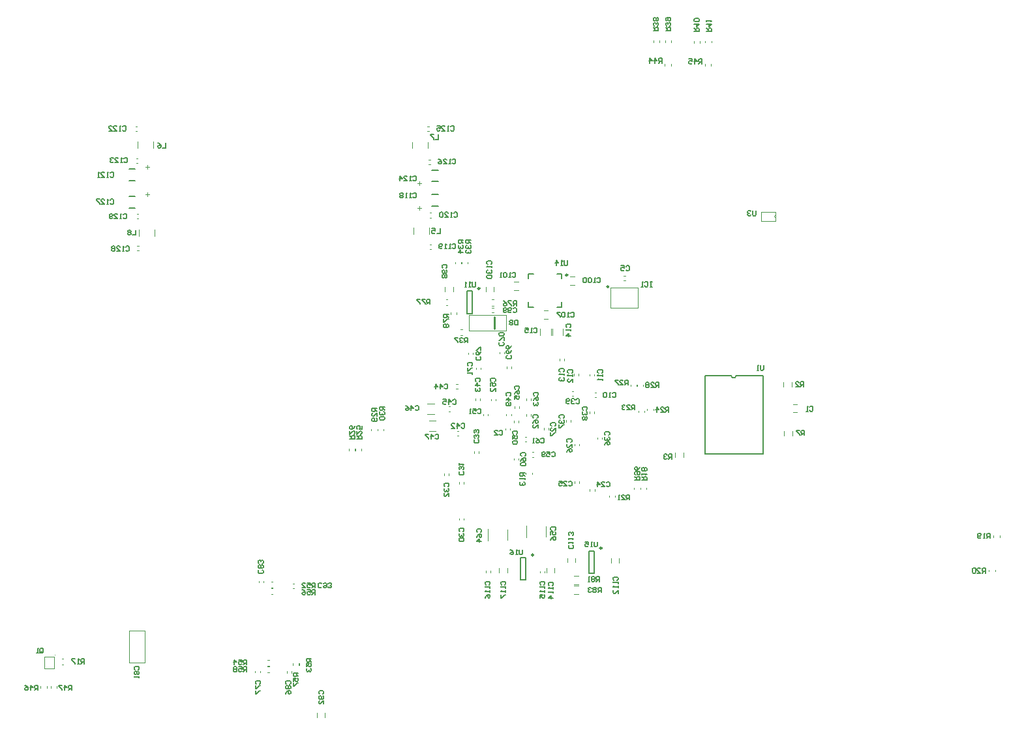
<source format=gbr>
G04 Layer_Color=32896*
%FSLAX45Y45*%
%MOMM*%
%TF.FileFunction,Legend,Bot*%
%TF.Part,Single*%
G01*
G75*
%TA.AperFunction,NonConductor*%
%ADD63C,0.25400*%
%ADD95C,0.05080*%
%ADD127C,0.10000*%
%ADD128C,0.25000*%
%ADD129C,0.20000*%
%ADD130C,0.10160*%
%ADD131C,0.12700*%
D63*
X11056460Y9999980D02*
G03*
X11056460Y9999980I-10000J0D01*
G01*
X9578900Y9453800D02*
Y9606200D01*
D95*
X3962400Y5168900D02*
X3982720D01*
X3962400Y5090160D02*
X3982720D01*
X3896360Y4787900D02*
Y4808220D01*
X3817620Y4787900D02*
Y4808220D01*
X3764280Y4787900D02*
Y4808220D01*
X3685540Y4787900D02*
Y4808220D01*
X9138920Y9443720D02*
X9159240D01*
X9138920Y9364980D02*
X9159240D01*
X7686040Y7871460D02*
Y7891780D01*
X7764780Y7871460D02*
Y7891780D01*
X7772400Y7871460D02*
Y7891780D01*
X7851140Y7871460D02*
Y7891780D01*
X11346180Y8705260D02*
Y8725580D01*
X11424920Y8705260D02*
Y8725580D01*
X11430000Y8705260D02*
Y8725580D01*
X11508740Y8705260D02*
Y8725580D01*
X11442700Y8364220D02*
Y8384540D01*
X11521440Y8364220D02*
Y8384540D01*
X11559360Y8389840D02*
Y8410160D01*
X11638100Y8389840D02*
Y8410160D01*
X10063480Y7561580D02*
Y7581900D01*
X9984740Y7561580D02*
Y7581900D01*
X15996919Y6301740D02*
Y6322060D01*
X16075661Y6301740D02*
Y6322060D01*
X16134081Y6746240D02*
Y6766560D01*
X16055341Y6746240D02*
Y6766560D01*
X9065260Y10297160D02*
Y10317480D01*
X9144000Y10297160D02*
Y10317480D01*
X9149080Y10297160D02*
Y10317480D01*
X9227820Y10297160D02*
Y10317480D01*
X8059360Y8129840D02*
Y8150160D01*
X8138100Y8129840D02*
Y8150160D01*
X7979360Y8129840D02*
Y8150160D01*
X8058100Y8129840D02*
Y8150160D01*
X11468100Y7369840D02*
Y7390160D01*
X11389360Y7369840D02*
Y7390160D01*
X11469360Y7369840D02*
Y7390160D01*
X11548100Y7369840D02*
Y7390160D01*
X12390120Y12865100D02*
Y12885420D01*
X12311380Y12865100D02*
Y12885420D01*
X11866880Y12865100D02*
Y12885420D01*
X11788140Y12865100D02*
Y12885420D01*
X12313920Y13164819D02*
Y13185139D01*
X12392660Y13164819D02*
Y13185139D01*
X12164060Y13162280D02*
Y13182600D01*
X12242800Y13162280D02*
Y13182600D01*
X11790680Y13172440D02*
Y13192760D01*
X11869420Y13172440D02*
Y13192760D01*
X11638280Y13172440D02*
Y13192760D01*
X11717020Y13172440D02*
Y13192760D01*
X6676860Y6169660D02*
X6697180D01*
X6676860Y6090920D02*
X6697180D01*
X7126440Y5085080D02*
Y5105400D01*
X7047700Y5085080D02*
Y5105400D01*
X6631140Y5153660D02*
X6651460D01*
X6631140Y5074920D02*
X6651460D01*
X6676860Y6004560D02*
X6697180D01*
X6676860Y6083300D02*
X6697180D01*
X6956260Y5085080D02*
Y5105400D01*
X7035000Y5085080D02*
Y5105400D01*
X6631140Y4988560D02*
X6651460D01*
X6631140Y5067300D02*
X6651460D01*
X9542780Y9829800D02*
X9563100D01*
X9542780Y9751060D02*
X9563100D01*
X8945880Y9756140D02*
X8966200D01*
X8945880Y9834880D02*
X8966200D01*
X9009360Y9639840D02*
Y9660160D01*
X9088100Y9639840D02*
Y9660160D01*
X11145520Y7263720D02*
Y7284040D01*
X11066780Y7263720D02*
Y7284040D01*
D127*
X3875960Y5218480D02*
G03*
X3875960Y5218480I-5000J0D01*
G01*
X13226300Y10923280D02*
G03*
X13226300Y10892280I0J-15500D01*
G01*
X3729760Y5041880D02*
Y5191880D01*
X3859761Y5041880D02*
Y5191880D01*
X3729760Y5041880D02*
X3859761D01*
X3729760Y5191880D02*
X3859761D01*
X9578900Y9631600D02*
X9731300D01*
Y9428400D02*
Y9631600D01*
X9248700D02*
X9578900D01*
X9248700Y9428400D02*
Y9631600D01*
X9578900Y9428400D02*
X9731300D01*
X9248700D02*
X9578900D01*
X10609580Y6243320D02*
X10665460D01*
X10609580Y6136640D02*
X10665460D01*
X10609580Y6009640D02*
X10665460D01*
X10609580Y6116320D02*
X10665460D01*
X13226300Y10892280D02*
Y10965180D01*
Y10850880D02*
Y10923280D01*
X13040300Y10965180D02*
X13226300D01*
X13131400Y10850880D02*
X13226300D01*
X13084399D02*
X13131400D01*
X13040300D02*
X13084399D01*
X13040300D02*
Y10965180D01*
X8600440Y11310620D02*
Y11361420D01*
X8575040Y11336020D02*
X8625840D01*
X8712200Y11793220D02*
Y11877040D01*
X8509000Y11793220D02*
Y11877040D01*
X4965320Y10657921D02*
Y10741741D01*
X5168520Y10657921D02*
Y10741741D01*
X5074540Y11170920D02*
Y11221720D01*
X5049140Y11196320D02*
X5099940D01*
X5074920Y11527540D02*
Y11578340D01*
X5049520Y11552940D02*
X5100320D01*
X5148580Y11795761D02*
Y11879581D01*
X4945380Y11795761D02*
Y11879581D01*
X8521700Y10680699D02*
Y10764519D01*
X8724900Y10680699D02*
Y10764519D01*
X8600440Y10994640D02*
Y11045440D01*
X8575040Y11020040D02*
X8625840D01*
X13445100Y8067040D02*
Y8122920D01*
X13338422Y8067040D02*
Y8122920D01*
X11921101Y7785100D02*
Y7840980D01*
X12027781Y7785100D02*
Y7840980D01*
X13326660Y8702060D02*
Y8757940D01*
X13433340Y8702060D02*
Y8757940D01*
X13452060Y8473340D02*
X13507941D01*
X13452060Y8366660D02*
X13507941D01*
X11440160Y9720580D02*
Y9987280D01*
X11084560Y9720580D02*
X11440160D01*
X11084560D02*
Y9987280D01*
X11440160D01*
X4833479Y5527760D02*
X4929219D01*
X4833479Y5118820D02*
Y5527760D01*
Y5118820D02*
X5033479D01*
Y5527760D01*
X4929219D02*
X5033479D01*
X7377900Y4409440D02*
Y4465320D01*
X7271220Y4409440D02*
Y4465320D01*
X8726820Y8258580D02*
X8813180D01*
X8726820Y8121420D02*
X8813180D01*
X8706820Y8341420D02*
X8793180D01*
X8706820Y8478580D02*
X8793180D01*
X10308580Y9366820D02*
Y9453180D01*
X10171420Y9366820D02*
Y9453180D01*
X10331420Y9366820D02*
Y9453180D01*
X10468580Y9366820D02*
Y9453180D01*
X10216180Y9578340D02*
X10272060D01*
X10216180Y9685020D02*
X10272060D01*
X9832340Y10058400D02*
X9888220D01*
X9832340Y9951720D02*
X9888220D01*
X10561100Y10022320D02*
X10616980D01*
X10561100Y10129000D02*
X10616980D01*
X9461500Y9936480D02*
Y9992360D01*
X9568180Y9936480D02*
Y9992360D01*
X9042400Y9936480D02*
Y9992360D01*
X8935720Y9936480D02*
Y9992360D01*
X10520680Y6418580D02*
Y6474460D01*
X10627360Y6418580D02*
Y6474460D01*
X11087100Y6416040D02*
Y6471920D01*
X11193780Y6416040D02*
Y6471920D01*
X9743440Y6289040D02*
Y6344920D01*
X9636760Y6289040D02*
Y6344920D01*
X10358120Y6289040D02*
Y6344920D01*
X10251440Y6289040D02*
Y6344920D01*
X9740900Y6710680D02*
Y6845380D01*
X9489440Y6703060D02*
Y6849560D01*
X10244460Y6753960D02*
Y6888660D01*
X9993000Y6746340D02*
Y6892840D01*
D128*
X10970640Y6603660D02*
G03*
X10970640Y6603660I-12500J0D01*
G01*
X10084180Y6514760D02*
G03*
X10084180Y6514760I-12500J0D01*
G01*
X10526620Y10148660D02*
G03*
X10526620Y10148660I-12500J0D01*
G01*
X9385680Y9974240D02*
G03*
X9385680Y9974240I-12500J0D01*
G01*
D129*
X12649849Y8844280D02*
G03*
X12713349Y8844280I31750J0D01*
G01*
X10800640Y6278660D02*
Y6568660D01*
X10870640Y6278660D02*
Y6568660D01*
X10800640Y6278660D02*
X10870640D01*
X10800640Y6568660D02*
X10870640D01*
X9914180Y6189760D02*
Y6479760D01*
X9984180Y6189760D02*
Y6479760D01*
X9914180Y6189760D02*
X9984180D01*
X9914180Y6479760D02*
X9984180D01*
X8763640Y11512620D02*
X8843640D01*
X8763640Y11362620D02*
X8843640D01*
X4831340Y11019720D02*
X4911340D01*
X4831340Y11169720D02*
X4911340D01*
X4831720Y11526340D02*
X4911720D01*
X4831720Y11376340D02*
X4911720D01*
X8763640Y11046640D02*
X8843640D01*
X8763640Y11196640D02*
X8843640D01*
X12713349Y8844280D02*
X13061980D01*
X12307599D02*
X12649849D01*
X12307599Y7828280D02*
Y8844280D01*
Y7828280D02*
X13061980D01*
Y8844280D01*
X10449120Y9733660D02*
Y9796160D01*
X10386620Y9733660D02*
X10449120D01*
Y10101160D02*
Y10163660D01*
X10386620D02*
X10449120D01*
X10019120Y9733660D02*
X10081620D01*
X10019120D02*
Y9796160D01*
Y10101160D02*
Y10163660D01*
X10081620D01*
X9215680Y9649240D02*
Y9939240D01*
X9285680Y9649240D02*
Y9939240D01*
X9215680Y9649240D02*
X9285680D01*
X9215680Y9939240D02*
X9285680D01*
D130*
X6471120Y4986020D02*
Y5006340D01*
X6532080Y4986020D02*
Y5006340D01*
X10165080Y6281420D02*
Y6301740D01*
X10226040Y6281420D02*
Y6301740D01*
X9461500Y6286500D02*
Y6306820D01*
X9522460Y6286500D02*
Y6306820D01*
X9780480Y8139840D02*
Y8160160D01*
X9719520Y8139840D02*
Y8160160D01*
X8722360Y11587480D02*
X8742680D01*
X8722360Y11648440D02*
X8742680D01*
X4934840Y10939861D02*
X4955160D01*
X4934840Y10878901D02*
X4955160D01*
X4925060Y11663681D02*
X4945380D01*
X4925060Y11602721D02*
X4945380D01*
X4914900Y12075161D02*
X4935220D01*
X4914900Y12014201D02*
X4935220D01*
X8707120Y12019280D02*
X8727440D01*
X8707120Y12080240D02*
X8727440D01*
X8735060Y10894059D02*
X8755380D01*
X8735060Y10955019D02*
X8755380D01*
X8735060Y10485119D02*
X8755380D01*
X8735060Y10546079D02*
X8755380D01*
X4939920Y10525841D02*
X4960240D01*
X4939920Y10464881D02*
X4960240D01*
X11254740Y10076180D02*
X11275060D01*
X11254740Y10137140D02*
X11275060D01*
X10879840Y8559520D02*
X10900160D01*
X10879840Y8620480D02*
X10900160D01*
X10670540Y8844280D02*
Y8864600D01*
X10609580Y8844280D02*
Y8864600D01*
X10480480Y9039840D02*
Y9060160D01*
X10419520Y9039840D02*
Y9060160D01*
X10815320Y7345680D02*
Y7366000D01*
X10876280Y7345680D02*
Y7366000D01*
X10675620Y7447280D02*
Y7467600D01*
X10614660Y7447280D02*
Y7467600D01*
X10617200Y7934960D02*
Y7955280D01*
X10678160Y7934960D02*
Y7955280D01*
X10215880Y8143240D02*
Y8163560D01*
X10276840Y8143240D02*
Y8163560D01*
X10911840Y8021320D02*
Y8041640D01*
X10972800Y8021320D02*
Y8041640D01*
X10507980Y8244840D02*
Y8265160D01*
X10568940Y8244840D02*
Y8265160D01*
X10812780Y8354060D02*
Y8374380D01*
X10873740Y8354060D02*
Y8374380D01*
X10579840Y8579520D02*
X10600160D01*
X10579840Y8640480D02*
X10600160D01*
X9093200Y8061960D02*
X9113520D01*
X9093200Y8122920D02*
X9113520D01*
X9329420Y8524240D02*
Y8544560D01*
X9390380Y8524240D02*
Y8544560D01*
X9077960Y8735060D02*
X9098280D01*
X9077960Y8674100D02*
X9098280D01*
X8979840Y8379520D02*
X9000160D01*
X8979840Y8440480D02*
X9000160D01*
X9829800Y8234680D02*
Y8255000D01*
X9890760Y8234680D02*
Y8255000D01*
X9489440Y8323580D02*
Y8343900D01*
X9428480Y8323580D02*
Y8343900D01*
X9532620Y8516620D02*
Y8536940D01*
X9593580Y8516620D02*
Y8536940D01*
X10066020Y7848600D02*
X10086340D01*
X10066020Y7787640D02*
X10086340D01*
X9829520Y7749840D02*
Y7770160D01*
X9890480Y7749840D02*
Y7770160D01*
X9969500Y7988300D02*
X9989820D01*
X9969500Y8049260D02*
X9989820D01*
Y8321040D02*
Y8341360D01*
X10050780Y8321040D02*
Y8341360D01*
X9992360Y8524240D02*
Y8544560D01*
X10053320Y8524240D02*
Y8544560D01*
X9334500Y8925560D02*
Y8945880D01*
X9395460Y8925560D02*
Y8945880D01*
X9296400Y9118600D02*
Y9138920D01*
X9235440Y9118600D02*
Y9138920D01*
X6577800Y6154420D02*
Y6174740D01*
X6516840Y6154420D02*
Y6174740D01*
X6885140Y4983480D02*
Y5003800D01*
X6946100Y4983480D02*
Y5003800D01*
X6959840Y6079520D02*
X6980160D01*
X6959840Y6140480D02*
X6980160D01*
X9542780Y9723120D02*
X9563100D01*
X9542780Y9662160D02*
X9563100D01*
X9834880Y8422640D02*
Y8442960D01*
X9895840Y8422640D02*
Y8442960D01*
X9733280Y8938260D02*
Y8958580D01*
X9794240Y8938260D02*
Y8958580D01*
X9700260Y9126220D02*
Y9146540D01*
X9639300Y9126220D02*
Y9146540D01*
X9311640Y7838440D02*
Y7858760D01*
X9372600Y7838440D02*
Y7858760D01*
X9119520Y7439840D02*
Y7460160D01*
X9180480Y7439840D02*
Y7460160D01*
X8980480Y7549840D02*
Y7570160D01*
X8919520Y7549840D02*
Y7570160D01*
X9180480Y6969840D02*
Y6990160D01*
X9119520Y6969840D02*
Y6990160D01*
X10870480Y8839840D02*
Y8860160D01*
X10809520Y8839840D02*
Y8860160D01*
X9791700Y8323580D02*
Y8343900D01*
X9730740Y8323580D02*
Y8343900D01*
D131*
X11399520Y7491760D02*
X11462999D01*
Y7523500D01*
X11452420Y7534080D01*
X11431260D01*
X11420680Y7523500D01*
Y7491760D01*
Y7512920D02*
X11399520Y7534080D01*
X11410100Y7555239D02*
X11399520Y7565819D01*
Y7586979D01*
X11410100Y7597559D01*
X11452420D01*
X11462999Y7586979D01*
Y7565819D01*
X11452420Y7555239D01*
X11441840D01*
X11431260Y7565819D01*
Y7597559D01*
X11462999Y7661039D02*
X11452420Y7639879D01*
X11431260Y7618719D01*
X11410100D01*
X11399520Y7629299D01*
Y7650459D01*
X11410100Y7661039D01*
X11420680D01*
X11431260Y7650459D01*
Y7618719D01*
X13667680Y8432900D02*
X13678259Y8443479D01*
X13699420D01*
X13710001Y8432900D01*
Y8390580D01*
X13699420Y8380000D01*
X13678259D01*
X13667680Y8390580D01*
X13646521Y8380000D02*
X13625362D01*
X13635941D01*
Y8443479D01*
X13646521Y8432900D01*
X9637680Y8122900D02*
X9648260Y8133480D01*
X9669420D01*
X9680000Y8122900D01*
Y8080580D01*
X9669420Y8070000D01*
X9648260D01*
X9637680Y8080580D01*
X9574201Y8070000D02*
X9616521D01*
X9574201Y8112320D01*
Y8122900D01*
X9584781Y8133480D01*
X9605941D01*
X9616521Y8122900D01*
X11283541Y10258620D02*
X11294121Y10269199D01*
X11315281D01*
X11325861Y10258620D01*
Y10216300D01*
X11315281Y10205720D01*
X11294121D01*
X11283541Y10216300D01*
X11220061Y10269199D02*
X11262381D01*
Y10237460D01*
X11241221Y10248040D01*
X11230641D01*
X11220061Y10237460D01*
Y10216300D01*
X11230641Y10205720D01*
X11251801D01*
X11262381Y10216300D01*
X11107680Y8612899D02*
X11118260Y8623479D01*
X11139420D01*
X11150000Y8612899D01*
Y8570580D01*
X11139420Y8560000D01*
X11118260D01*
X11107680Y8570580D01*
X11086521Y8560000D02*
X11065361D01*
X11075941D01*
Y8623479D01*
X11086521Y8612899D01*
X11033621D02*
X11023041Y8623479D01*
X11001881D01*
X10991301Y8612899D01*
Y8570580D01*
X11001881Y8560000D01*
X11023041D01*
X11033621Y8570580D01*
Y8612899D01*
X10927100Y8877680D02*
X10916520Y8888260D01*
Y8909420D01*
X10927100Y8920000D01*
X10969420D01*
X10980000Y8909420D01*
Y8888260D01*
X10969420Y8877680D01*
X10980000Y8856521D02*
Y8835361D01*
Y8845941D01*
X10916520D01*
X10927100Y8856521D01*
X10980000Y8803621D02*
Y8782461D01*
Y8793041D01*
X10916520D01*
X10927100Y8803621D01*
X10537100Y8877680D02*
X10526520Y8888260D01*
Y8909420D01*
X10537100Y8920000D01*
X10579420D01*
X10590000Y8909420D01*
Y8888260D01*
X10579420Y8877680D01*
X10590000Y8856521D02*
Y8835361D01*
Y8845941D01*
X10526520D01*
X10537100Y8856521D01*
X10590000Y8761301D02*
Y8803621D01*
X10547680Y8761301D01*
X10537100D01*
X10526520Y8771881D01*
Y8793041D01*
X10537100Y8803621D01*
X10427160Y8890800D02*
X10416580Y8901380D01*
Y8922540D01*
X10427160Y8933120D01*
X10469480D01*
X10480060Y8922540D01*
Y8901380D01*
X10469480Y8890800D01*
X10480060Y8869641D02*
Y8848481D01*
Y8859061D01*
X10416580D01*
X10427160Y8869641D01*
Y8816741D02*
X10416580Y8806161D01*
Y8785001D01*
X10427160Y8774421D01*
X10437740D01*
X10448320Y8785001D01*
Y8795581D01*
Y8785001D01*
X10458900Y8774421D01*
X10469480D01*
X10480060Y8785001D01*
Y8806161D01*
X10469480Y8816741D01*
X10517100Y9467680D02*
X10506521Y9478260D01*
Y9499420D01*
X10517100Y9510000D01*
X10559420D01*
X10570000Y9499420D01*
Y9478260D01*
X10559420Y9467680D01*
X10570000Y9446521D02*
Y9425361D01*
Y9435941D01*
X10506521D01*
X10517100Y9446521D01*
X10570000Y9361881D02*
X10506521D01*
X10538260Y9393621D01*
Y9351301D01*
X10087680Y9452900D02*
X10098260Y9463479D01*
X10119420D01*
X10130000Y9452900D01*
Y9410580D01*
X10119420Y9400000D01*
X10098260D01*
X10087680Y9410580D01*
X10066521Y9400000D02*
X10045361D01*
X10055941D01*
Y9463479D01*
X10066521Y9452900D01*
X9971301Y9463479D02*
X10013621D01*
Y9431740D01*
X9992461Y9442320D01*
X9981881D01*
X9971301Y9431740D01*
Y9410580D01*
X9981881Y9400000D01*
X10003041D01*
X10013621Y9410580D01*
X11027680Y7452899D02*
X11038260Y7463479D01*
X11059420D01*
X11070000Y7452899D01*
Y7410580D01*
X11059420Y7400000D01*
X11038260D01*
X11027680Y7410580D01*
X10964201Y7400000D02*
X11006521D01*
X10964201Y7442320D01*
Y7452899D01*
X10974781Y7463479D01*
X10995941D01*
X11006521Y7452899D01*
X10911301Y7400000D02*
Y7463479D01*
X10943041Y7431740D01*
X10900721D01*
X10537680Y7462899D02*
X10548260Y7473479D01*
X10569420D01*
X10580000Y7462899D01*
Y7420580D01*
X10569420Y7410000D01*
X10548260D01*
X10537680Y7420580D01*
X10474201Y7410000D02*
X10516520D01*
X10474201Y7452320D01*
Y7462899D01*
X10484781Y7473479D01*
X10505941D01*
X10516520Y7462899D01*
X10410721Y7473479D02*
X10453041D01*
Y7441740D01*
X10431881Y7452320D01*
X10421301D01*
X10410721Y7441740D01*
Y7420580D01*
X10421301Y7410000D01*
X10442461D01*
X10453041Y7420580D01*
X10527100Y7977680D02*
X10516520Y7988260D01*
Y8009420D01*
X10527100Y8020000D01*
X10569420D01*
X10580000Y8009420D01*
Y7988260D01*
X10569420Y7977680D01*
X10580000Y7914201D02*
Y7956521D01*
X10537680Y7914201D01*
X10527100D01*
X10516520Y7924781D01*
Y7945941D01*
X10527100Y7956521D01*
X10516520Y7850721D02*
X10527100Y7871881D01*
X10548260Y7893041D01*
X10569420D01*
X10580000Y7882461D01*
Y7861301D01*
X10569420Y7850721D01*
X10558840D01*
X10548260Y7861301D01*
Y7893041D01*
X10317101Y8187680D02*
X10306521Y8198260D01*
Y8219420D01*
X10317101Y8230000D01*
X10359420D01*
X10370000Y8219420D01*
Y8198260D01*
X10359420Y8187680D01*
X10370000Y8124201D02*
Y8166521D01*
X10327680Y8124201D01*
X10317101D01*
X10306521Y8134781D01*
Y8155941D01*
X10317101Y8166521D01*
X10306521Y8103041D02*
Y8060721D01*
X10317101D01*
X10359420Y8103041D01*
X10370000D01*
X9127100Y6817680D02*
X9116521Y6828260D01*
Y6849420D01*
X9127100Y6860000D01*
X9169420D01*
X9180000Y6849420D01*
Y6828260D01*
X9169420Y6817680D01*
X9127100Y6796521D02*
X9116521Y6785941D01*
Y6764781D01*
X9127100Y6754201D01*
X9137680D01*
X9148260Y6764781D01*
Y6775361D01*
Y6764781D01*
X9158840Y6754201D01*
X9169420D01*
X9180000Y6764781D01*
Y6785941D01*
X9169420Y6796521D01*
X9127100Y6733041D02*
X9116521Y6722461D01*
Y6701301D01*
X9127100Y6690721D01*
X9169420D01*
X9180000Y6701301D01*
Y6722461D01*
X9169420Y6733041D01*
X9127100D01*
X9168979Y7598760D02*
X9179559Y7588180D01*
Y7567020D01*
X9168979Y7556440D01*
X9126660D01*
X9116080Y7567020D01*
Y7588180D01*
X9126660Y7598760D01*
X9168979Y7619919D02*
X9179559Y7630499D01*
Y7651659D01*
X9168979Y7662239D01*
X9158400D01*
X9147820Y7651659D01*
Y7641079D01*
Y7651659D01*
X9137240Y7662239D01*
X9126660D01*
X9116080Y7651659D01*
Y7630499D01*
X9126660Y7619919D01*
X9116080Y7683399D02*
Y7704559D01*
Y7693979D01*
X9179559D01*
X9168979Y7683399D01*
X8932620Y7401360D02*
X8922041Y7411940D01*
Y7433100D01*
X8932620Y7443680D01*
X8974940D01*
X8985520Y7433100D01*
Y7411940D01*
X8974940Y7401360D01*
X8932620Y7380201D02*
X8922041Y7369621D01*
Y7348461D01*
X8932620Y7337881D01*
X8943200D01*
X8953780Y7348461D01*
Y7359041D01*
Y7348461D01*
X8964360Y7337881D01*
X8974940D01*
X8985520Y7348461D01*
Y7369621D01*
X8974940Y7380201D01*
X8985520Y7274402D02*
Y7316721D01*
X8943200Y7274402D01*
X8932620D01*
X8922041Y7284981D01*
Y7306141D01*
X8932620Y7316721D01*
X9362899Y8012320D02*
X9373479Y8001740D01*
Y7980580D01*
X9362899Y7970000D01*
X9320580D01*
X9310000Y7980580D01*
Y8001740D01*
X9320580Y8012320D01*
X9362899Y8033479D02*
X9373479Y8044059D01*
Y8065219D01*
X9362899Y8075799D01*
X9352320D01*
X9341740Y8065219D01*
Y8054639D01*
Y8065219D01*
X9331160Y8075799D01*
X9320580D01*
X9310000Y8065219D01*
Y8044059D01*
X9320580Y8033479D01*
X9362899Y8096959D02*
X9373479Y8107539D01*
Y8128699D01*
X9362899Y8139279D01*
X9352320D01*
X9341740Y8128699D01*
Y8118119D01*
Y8128699D01*
X9331160Y8139279D01*
X9320580D01*
X9310000Y8128699D01*
Y8107539D01*
X9320580Y8096959D01*
X11017100Y8067680D02*
X11006521Y8078260D01*
Y8099420D01*
X11017100Y8110000D01*
X11059420D01*
X11070000Y8099420D01*
Y8078260D01*
X11059420Y8067680D01*
X11017100Y8046521D02*
X11006521Y8035941D01*
Y8014781D01*
X11017100Y8004201D01*
X11027680D01*
X11038260Y8014781D01*
Y8025361D01*
Y8014781D01*
X11048840Y8004201D01*
X11059420D01*
X11070000Y8014781D01*
Y8035941D01*
X11059420Y8046521D01*
X11006521Y7940721D02*
X11017100Y7961881D01*
X11038260Y7983041D01*
X11059420D01*
X11070000Y7972461D01*
Y7951301D01*
X11059420Y7940721D01*
X11048840D01*
X11038260Y7951301D01*
Y7983041D01*
X10427101Y8287680D02*
X10416521Y8298260D01*
Y8319420D01*
X10427101Y8330000D01*
X10469420D01*
X10480000Y8319420D01*
Y8298260D01*
X10469420Y8287680D01*
X10427101Y8266521D02*
X10416521Y8255941D01*
Y8234781D01*
X10427101Y8224201D01*
X10437680D01*
X10448260Y8234781D01*
Y8245361D01*
Y8234781D01*
X10458840Y8224201D01*
X10469420D01*
X10480000Y8234781D01*
Y8255941D01*
X10469420Y8266521D01*
X10416521Y8203041D02*
Y8160722D01*
X10427101D01*
X10469420Y8203041D01*
X10480000D01*
X10727100Y8397680D02*
X10716521Y8408260D01*
Y8429420D01*
X10727100Y8440000D01*
X10769420D01*
X10780000Y8429420D01*
Y8408260D01*
X10769420Y8397680D01*
X10727100Y8376520D02*
X10716521Y8365941D01*
Y8344781D01*
X10727100Y8334201D01*
X10737680D01*
X10748260Y8344781D01*
Y8355361D01*
Y8344781D01*
X10758840Y8334201D01*
X10769420D01*
X10780000Y8344781D01*
Y8365941D01*
X10769420Y8376520D01*
X10727100Y8313041D02*
X10716521Y8302461D01*
Y8281301D01*
X10727100Y8270721D01*
X10737680D01*
X10748260Y8281301D01*
X10758840Y8270721D01*
X10769420D01*
X10780000Y8281301D01*
Y8302461D01*
X10769420Y8313041D01*
X10758840D01*
X10748260Y8302461D01*
X10737680Y8313041D01*
X10727100D01*
X10748260Y8302461D02*
Y8281301D01*
X10637680Y8532900D02*
X10648260Y8543479D01*
X10669420D01*
X10680000Y8532900D01*
Y8490580D01*
X10669420Y8480000D01*
X10648260D01*
X10637680Y8490580D01*
X10616521Y8532900D02*
X10605941Y8543479D01*
X10584781D01*
X10574201Y8532900D01*
Y8522320D01*
X10584781Y8511740D01*
X10595361D01*
X10584781D01*
X10574201Y8501160D01*
Y8490580D01*
X10584781Y8480000D01*
X10605941D01*
X10616521Y8490580D01*
X10553041D02*
X10542461Y8480000D01*
X10521301D01*
X10510721Y8490580D01*
Y8532900D01*
X10521301Y8543479D01*
X10542461D01*
X10553041Y8532900D01*
Y8522320D01*
X10542461Y8511740D01*
X10510721D01*
X9147680Y8212900D02*
X9158260Y8223479D01*
X9179420D01*
X9190000Y8212900D01*
Y8170580D01*
X9179420Y8160000D01*
X9158260D01*
X9147680Y8170580D01*
X9094781Y8160000D02*
Y8223479D01*
X9126520Y8191740D01*
X9084201D01*
X9020721Y8160000D02*
X9063041D01*
X9020721Y8202320D01*
Y8212900D01*
X9031301Y8223479D01*
X9052461D01*
X9063041Y8212900D01*
X9337100Y8767680D02*
X9326521Y8778260D01*
Y8799420D01*
X9337100Y8810000D01*
X9379420D01*
X9390000Y8799420D01*
Y8778260D01*
X9379420Y8767680D01*
X9390000Y8714781D02*
X9326521D01*
X9358260Y8746520D01*
Y8704201D01*
X9337100Y8683041D02*
X9326521Y8672461D01*
Y8651301D01*
X9337100Y8640721D01*
X9347680D01*
X9358260Y8651301D01*
Y8661881D01*
Y8651301D01*
X9368840Y8640721D01*
X9379420D01*
X9390000Y8651301D01*
Y8672461D01*
X9379420Y8683041D01*
X8927680Y8722899D02*
X8938260Y8733479D01*
X8959420D01*
X8970000Y8722899D01*
Y8680580D01*
X8959420Y8670000D01*
X8938260D01*
X8927680Y8680580D01*
X8874781Y8670000D02*
Y8733479D01*
X8906521Y8701740D01*
X8864201D01*
X8811301Y8670000D02*
Y8733479D01*
X8843041Y8701740D01*
X8800722D01*
X9037680Y8524300D02*
X9048260Y8534880D01*
X9069420D01*
X9080000Y8524300D01*
Y8481980D01*
X9069420Y8471400D01*
X9048260D01*
X9037680Y8481980D01*
X8984781Y8471400D02*
Y8534880D01*
X9016520Y8503140D01*
X8974201D01*
X8910721Y8534880D02*
X8953041D01*
Y8503140D01*
X8931881Y8513720D01*
X8921301D01*
X8910721Y8503140D01*
Y8481980D01*
X8921301Y8471400D01*
X8942461D01*
X8953041Y8481980D01*
X8547680Y8442900D02*
X8558260Y8453479D01*
X8579420D01*
X8590000Y8442900D01*
Y8400580D01*
X8579420Y8390000D01*
X8558260D01*
X8547680Y8400580D01*
X8494781Y8390000D02*
Y8453479D01*
X8526521Y8421740D01*
X8484201D01*
X8420722Y8453479D02*
X8441882Y8442900D01*
X8463041Y8421740D01*
Y8400580D01*
X8452461Y8390000D01*
X8431301D01*
X8420722Y8400580D01*
Y8411160D01*
X8431301Y8421740D01*
X8463041D01*
X8807680Y8072900D02*
X8818260Y8083479D01*
X8839420D01*
X8850000Y8072900D01*
Y8030580D01*
X8839420Y8020000D01*
X8818260D01*
X8807680Y8030580D01*
X8754781Y8020000D02*
Y8083479D01*
X8786521Y8051740D01*
X8744201D01*
X8723041Y8083479D02*
X8680722D01*
Y8072900D01*
X8723041Y8030580D01*
Y8020000D01*
X9737100Y8577680D02*
X9726521Y8588260D01*
Y8609420D01*
X9737100Y8620000D01*
X9779420D01*
X9790000Y8609420D01*
Y8588260D01*
X9779420Y8577680D01*
X9790000Y8524781D02*
X9726521D01*
X9758260Y8556521D01*
Y8514201D01*
X9779420Y8493041D02*
X9790000Y8482461D01*
Y8461301D01*
X9779420Y8450721D01*
X9737100D01*
X9726521Y8461301D01*
Y8482461D01*
X9737100Y8493041D01*
X9747680D01*
X9758260Y8482461D01*
Y8450721D01*
X9822920Y8083500D02*
X9812340Y8094080D01*
Y8115240D01*
X9822920Y8125820D01*
X9865240D01*
X9875820Y8115240D01*
Y8094080D01*
X9865240Y8083500D01*
X9812340Y8020021D02*
Y8062340D01*
X9844080D01*
X9833500Y8041181D01*
Y8030601D01*
X9844080Y8020021D01*
X9865240D01*
X9875820Y8030601D01*
Y8051761D01*
X9865240Y8062340D01*
X9822920Y7998861D02*
X9812340Y7988281D01*
Y7967121D01*
X9822920Y7956541D01*
X9865240D01*
X9875820Y7967121D01*
Y7988281D01*
X9865240Y7998861D01*
X9822920D01*
X9357680Y8402900D02*
X9368260Y8413479D01*
X9389420D01*
X9400000Y8402900D01*
Y8360580D01*
X9389420Y8350000D01*
X9368260D01*
X9357680Y8360580D01*
X9294201Y8413479D02*
X9336521D01*
Y8381740D01*
X9315361Y8392320D01*
X9304781D01*
X9294201Y8381740D01*
Y8360580D01*
X9304781Y8350000D01*
X9325941D01*
X9336521Y8360580D01*
X9273041Y8350000D02*
X9251881D01*
X9262461D01*
Y8413479D01*
X9273041Y8402900D01*
X9537101Y8767680D02*
X9526521Y8778260D01*
Y8799420D01*
X9537101Y8810000D01*
X9579420D01*
X9590000Y8799420D01*
Y8778260D01*
X9579420Y8767680D01*
X9526521Y8704201D02*
Y8746520D01*
X9558260D01*
X9547680Y8725361D01*
Y8714781D01*
X9558260Y8704201D01*
X9579420D01*
X9590000Y8714781D01*
Y8735941D01*
X9579420Y8746520D01*
X9590000Y8640721D02*
Y8683041D01*
X9547680Y8640721D01*
X9537101D01*
X9526521Y8651301D01*
Y8672461D01*
X9537101Y8683041D01*
X10317101Y6837680D02*
X10306521Y6848260D01*
Y6869420D01*
X10317101Y6880000D01*
X10359420D01*
X10370000Y6869420D01*
Y6848260D01*
X10359420Y6837680D01*
X10306521Y6774201D02*
Y6816521D01*
X10338260D01*
X10327680Y6795361D01*
Y6784781D01*
X10338260Y6774201D01*
X10359420D01*
X10370000Y6784781D01*
Y6805941D01*
X10359420Y6816521D01*
X10306521Y6710721D02*
X10317101Y6731881D01*
X10338260Y6753041D01*
X10359420D01*
X10370000Y6742461D01*
Y6721301D01*
X10359420Y6710721D01*
X10348840D01*
X10338260Y6721301D01*
Y6753041D01*
X10317680Y7842899D02*
X10328260Y7853479D01*
X10349420D01*
X10360000Y7842899D01*
Y7800580D01*
X10349420Y7790000D01*
X10328260D01*
X10317680Y7800580D01*
X10254201Y7853479D02*
X10296521D01*
Y7821740D01*
X10275361Y7832320D01*
X10264781D01*
X10254201Y7821740D01*
Y7800580D01*
X10264781Y7790000D01*
X10285941D01*
X10296521Y7800580D01*
X10233041D02*
X10222461Y7790000D01*
X10201301D01*
X10190722Y7800580D01*
Y7842899D01*
X10201301Y7853479D01*
X10222461D01*
X10233041Y7842899D01*
Y7832320D01*
X10222461Y7821740D01*
X10190722D01*
X9927101Y7797680D02*
X9916521Y7808260D01*
Y7829420D01*
X9927101Y7840000D01*
X9969420D01*
X9980000Y7829420D01*
Y7808260D01*
X9969420Y7797680D01*
X9916521Y7734201D02*
X9927101Y7755361D01*
X9948260Y7776521D01*
X9969420D01*
X9980000Y7765941D01*
Y7744781D01*
X9969420Y7734201D01*
X9958840D01*
X9948260Y7744781D01*
Y7776521D01*
X9927101Y7713041D02*
X9916521Y7702461D01*
Y7681301D01*
X9927101Y7670722D01*
X9969420D01*
X9980000Y7681301D01*
Y7702461D01*
X9969420Y7713041D01*
X9927101D01*
X10177680Y8022900D02*
X10188260Y8033479D01*
X10209420D01*
X10220000Y8022900D01*
Y7980580D01*
X10209420Y7970000D01*
X10188260D01*
X10177680Y7980580D01*
X10114201Y8033479D02*
X10135361Y8022900D01*
X10156520Y8001740D01*
Y7980580D01*
X10145941Y7970000D01*
X10124781D01*
X10114201Y7980580D01*
Y7991160D01*
X10124781Y8001740D01*
X10156520D01*
X10093041Y7970000D02*
X10071881D01*
X10082461D01*
Y8033479D01*
X10093041Y8022900D01*
X10087100Y8287680D02*
X10076521Y8298260D01*
Y8319420D01*
X10087100Y8330000D01*
X10129420D01*
X10140000Y8319420D01*
Y8298260D01*
X10129420Y8287680D01*
X10076521Y8224201D02*
X10087100Y8245361D01*
X10108260Y8266521D01*
X10129420D01*
X10140000Y8255941D01*
Y8234781D01*
X10129420Y8224201D01*
X10118840D01*
X10108260Y8234781D01*
Y8266521D01*
X10140000Y8160722D02*
Y8203041D01*
X10097680Y8160722D01*
X10087100D01*
X10076521Y8171301D01*
Y8192461D01*
X10087100Y8203041D01*
X10092100Y8582680D02*
X10081520Y8593260D01*
Y8614420D01*
X10092100Y8625000D01*
X10134420D01*
X10145000Y8614420D01*
Y8593260D01*
X10134420Y8582680D01*
X10081520Y8519201D02*
X10092100Y8540361D01*
X10113260Y8561521D01*
X10134420D01*
X10145000Y8550941D01*
Y8529781D01*
X10134420Y8519201D01*
X10123840D01*
X10113260Y8529781D01*
Y8561521D01*
X10092100Y8498041D02*
X10081520Y8487461D01*
Y8466301D01*
X10092100Y8455721D01*
X10102680D01*
X10113260Y8466301D01*
Y8476881D01*
Y8466301D01*
X10123840Y8455721D01*
X10134420D01*
X10145000Y8466301D01*
Y8487461D01*
X10134420Y8498041D01*
X9357100Y6807680D02*
X9346521Y6818260D01*
Y6839420D01*
X9357100Y6850000D01*
X9399420D01*
X9410000Y6839420D01*
Y6818260D01*
X9399420Y6807680D01*
X9346521Y6744201D02*
X9357100Y6765361D01*
X9378260Y6786521D01*
X9399420D01*
X9410000Y6775941D01*
Y6754781D01*
X9399420Y6744201D01*
X9388840D01*
X9378260Y6754781D01*
Y6786521D01*
X9410000Y6691301D02*
X9346521D01*
X9378260Y6723041D01*
Y6680721D01*
X9847100Y8667680D02*
X9836521Y8678260D01*
Y8699420D01*
X9847100Y8710000D01*
X9889420D01*
X9900000Y8699420D01*
Y8678260D01*
X9889420Y8667680D01*
X9836521Y8604201D02*
X9847100Y8625361D01*
X9868260Y8646521D01*
X9889420D01*
X9900000Y8635941D01*
Y8614781D01*
X9889420Y8604201D01*
X9878840D01*
X9868260Y8614781D01*
Y8646521D01*
X9836521Y8540722D02*
Y8583041D01*
X9868260D01*
X9857680Y8561882D01*
Y8551301D01*
X9868260Y8540722D01*
X9889420D01*
X9900000Y8551301D01*
Y8572461D01*
X9889420Y8583041D01*
X9783780Y9105940D02*
X9794359Y9095360D01*
Y9074200D01*
X9783780Y9063620D01*
X9741460D01*
X9730880Y9074200D01*
Y9095360D01*
X9741460Y9105940D01*
X9794359Y9169419D02*
X9783780Y9148259D01*
X9762620Y9127100D01*
X9741460D01*
X9730880Y9137679D01*
Y9158839D01*
X9741460Y9169419D01*
X9752040D01*
X9762620Y9158839D01*
Y9127100D01*
X9794359Y9232899D02*
X9783780Y9211739D01*
X9762620Y9190579D01*
X9741460D01*
X9730880Y9201159D01*
Y9222319D01*
X9741460Y9232899D01*
X9752040D01*
X9762620Y9222319D01*
Y9190579D01*
X9391299Y9088160D02*
X9401879Y9077580D01*
Y9056420D01*
X9391299Y9045840D01*
X9348980D01*
X9338400Y9056420D01*
Y9077580D01*
X9348980Y9088160D01*
X9401879Y9151639D02*
X9391299Y9130479D01*
X9370140Y9109320D01*
X9348980D01*
X9338400Y9119899D01*
Y9141059D01*
X9348980Y9151639D01*
X9359560D01*
X9370140Y9141059D01*
Y9109320D01*
X9401879Y9172799D02*
Y9215119D01*
X9391299D01*
X9348980Y9172799D01*
X9338400D01*
X9688200Y9276780D02*
X9698779Y9266200D01*
Y9245040D01*
X9688200Y9234460D01*
X9645880D01*
X9635300Y9245040D01*
Y9266200D01*
X9645880Y9276780D01*
X9698779Y9297939D02*
Y9340259D01*
X9688200D01*
X9645880Y9297939D01*
X9635300D01*
X9688200Y9361419D02*
X9698779Y9371999D01*
Y9393159D01*
X9688200Y9403739D01*
X9645880D01*
X9635300Y9393159D01*
Y9371999D01*
X9645880Y9361419D01*
X9688200D01*
X9237100Y8967680D02*
X9226521Y8978260D01*
Y8999420D01*
X9237100Y9010000D01*
X9279420D01*
X9290000Y8999420D01*
Y8978260D01*
X9279420Y8967680D01*
X9226521Y8946521D02*
Y8904201D01*
X9237100D01*
X9279420Y8946521D01*
X9290000D01*
Y8883041D02*
Y8861881D01*
Y8872461D01*
X9226521D01*
X9237100Y8883041D01*
X8907101Y10237680D02*
X8896521Y10248260D01*
Y10269420D01*
X8907101Y10280000D01*
X8949420D01*
X8960000Y10269420D01*
Y10248260D01*
X8949420Y10237680D01*
Y10216521D02*
X8960000Y10205941D01*
Y10184781D01*
X8949420Y10174201D01*
X8907101D01*
X8896521Y10184781D01*
Y10205941D01*
X8907101Y10216521D01*
X8917680D01*
X8928260Y10205941D01*
Y10174201D01*
X8907101Y10153041D02*
X8896521Y10142461D01*
Y10121301D01*
X8907101Y10110721D01*
X8917680D01*
X8928260Y10121301D01*
X8938840Y10110721D01*
X8949420D01*
X8960000Y10121301D01*
Y10142461D01*
X8949420Y10153041D01*
X8938840D01*
X8928260Y10142461D01*
X8917680Y10153041D01*
X8907101D01*
X8928260Y10142461D02*
Y10121301D01*
X9817680Y9712900D02*
X9828260Y9723479D01*
X9849420D01*
X9860000Y9712900D01*
Y9670580D01*
X9849420Y9660000D01*
X9828260D01*
X9817680Y9670580D01*
X9796521D02*
X9785941Y9660000D01*
X9764781D01*
X9754201Y9670580D01*
Y9712900D01*
X9764781Y9723479D01*
X9785941D01*
X9796521Y9712900D01*
Y9702320D01*
X9785941Y9691740D01*
X9754201D01*
X9733041Y9670580D02*
X9722461Y9660000D01*
X9701301D01*
X9690722Y9670580D01*
Y9712900D01*
X9701301Y9723479D01*
X9722461D01*
X9733041Y9712900D01*
Y9702320D01*
X9722461Y9691740D01*
X9690722D01*
X10907401Y10105700D02*
X10917980Y10116279D01*
X10939140D01*
X10949720Y10105700D01*
Y10063380D01*
X10939140Y10052800D01*
X10917980D01*
X10907401Y10063380D01*
X10886241Y10052800D02*
X10865081D01*
X10875661D01*
Y10116279D01*
X10886241Y10105700D01*
X10833341D02*
X10822761Y10116279D01*
X10801601D01*
X10791022Y10105700D01*
Y10063380D01*
X10801601Y10052800D01*
X10822761D01*
X10833341Y10063380D01*
Y10105700D01*
X10769862D02*
X10759282Y10116279D01*
X10738122D01*
X10727542Y10105700D01*
Y10063380D01*
X10738122Y10052800D01*
X10759282D01*
X10769862Y10063380D01*
Y10105700D01*
X9807800Y10169720D02*
X9818380Y10180299D01*
X9839540D01*
X9850120Y10169720D01*
Y10127400D01*
X9839540Y10116820D01*
X9818380D01*
X9807800Y10127400D01*
X9786641Y10116820D02*
X9765481D01*
X9776061D01*
Y10180299D01*
X9786641Y10169720D01*
X9733741D02*
X9723161Y10180299D01*
X9702001D01*
X9691421Y10169720D01*
Y10127400D01*
X9702001Y10116820D01*
X9723161D01*
X9733741Y10127400D01*
Y10169720D01*
X9670262Y10116820D02*
X9649102D01*
X9659682D01*
Y10180299D01*
X9670262Y10169720D01*
X10567680Y9652900D02*
X10578260Y9663480D01*
X10599420D01*
X10610000Y9652900D01*
Y9610580D01*
X10599420Y9600000D01*
X10578260D01*
X10567680Y9610580D01*
X10546521Y9600000D02*
X10525361D01*
X10535941D01*
Y9663480D01*
X10546521Y9652900D01*
X10493621D02*
X10483041Y9663480D01*
X10461881D01*
X10451301Y9652900D01*
Y9610580D01*
X10461881Y9600000D01*
X10483041D01*
X10493621Y9610580D01*
Y9652900D01*
X10430142Y9663480D02*
X10387822D01*
Y9652900D01*
X10430142Y9610580D01*
Y9600000D01*
X11127100Y6187680D02*
X11116521Y6198260D01*
Y6219420D01*
X11127100Y6230000D01*
X11169420D01*
X11180000Y6219420D01*
Y6198260D01*
X11169420Y6187680D01*
X11180000Y6166521D02*
Y6145361D01*
Y6155941D01*
X11116521D01*
X11127100Y6166521D01*
X11180000Y6113621D02*
Y6092461D01*
Y6103041D01*
X11116521D01*
X11127100Y6113621D01*
X11180000Y6018402D02*
Y6060721D01*
X11137680Y6018402D01*
X11127100D01*
X11116521Y6028982D01*
Y6050142D01*
X11127100Y6060721D01*
X10592900Y6642320D02*
X10603479Y6631740D01*
Y6610580D01*
X10592900Y6600000D01*
X10550580D01*
X10540000Y6610580D01*
Y6631740D01*
X10550580Y6642320D01*
X10540000Y6663479D02*
Y6684639D01*
Y6674059D01*
X10603479D01*
X10592900Y6663479D01*
X10540000Y6716379D02*
Y6737539D01*
Y6726959D01*
X10603479D01*
X10592900Y6716379D01*
Y6769279D02*
X10603479Y6779858D01*
Y6801018D01*
X10592900Y6811598D01*
X10582320D01*
X10571740Y6801018D01*
Y6790438D01*
Y6801018D01*
X10561160Y6811598D01*
X10550580D01*
X10540000Y6801018D01*
Y6779858D01*
X10550580Y6769279D01*
X10287100Y6117680D02*
X10276520Y6128260D01*
Y6149420D01*
X10287100Y6160000D01*
X10329420D01*
X10340000Y6149420D01*
Y6128260D01*
X10329420Y6117680D01*
X10340000Y6096521D02*
Y6075361D01*
Y6085941D01*
X10276520D01*
X10287100Y6096521D01*
X10340000Y6043621D02*
Y6022461D01*
Y6033041D01*
X10276520D01*
X10287100Y6043621D01*
X10340000Y5958982D02*
X10276520D01*
X10308260Y5990722D01*
Y5948402D01*
X10177101Y6127680D02*
X10166521Y6138260D01*
Y6159420D01*
X10177101Y6170000D01*
X10219420D01*
X10230000Y6159420D01*
Y6138260D01*
X10219420Y6127680D01*
X10230000Y6106521D02*
Y6085361D01*
Y6095941D01*
X10166521D01*
X10177101Y6106521D01*
X10230000Y6053621D02*
Y6032461D01*
Y6043041D01*
X10166521D01*
X10177101Y6053621D01*
X10166521Y5958402D02*
Y6000722D01*
X10198260D01*
X10187680Y5979562D01*
Y5968982D01*
X10198260Y5958402D01*
X10219420D01*
X10230000Y5968982D01*
Y5990142D01*
X10219420Y6000722D01*
X9467100Y6127680D02*
X9456521Y6138260D01*
Y6159420D01*
X9467100Y6170000D01*
X9509420D01*
X9520000Y6159420D01*
Y6138260D01*
X9509420Y6127680D01*
X9520000Y6106521D02*
Y6085361D01*
Y6095941D01*
X9456521D01*
X9467100Y6106521D01*
X9520000Y6053621D02*
Y6032461D01*
Y6043041D01*
X9456521D01*
X9467100Y6053621D01*
X9456521Y5958402D02*
X9467100Y5979562D01*
X9488260Y6000722D01*
X9509420D01*
X9520000Y5990142D01*
Y5968982D01*
X9509420Y5958402D01*
X9498840D01*
X9488260Y5968982D01*
Y6000722D01*
X9667101Y6127680D02*
X9656521Y6138260D01*
Y6159420D01*
X9667101Y6170000D01*
X9709420D01*
X9720000Y6159420D01*
Y6138260D01*
X9709420Y6127680D01*
X9720000Y6106521D02*
Y6085361D01*
Y6095941D01*
X9656521D01*
X9667101Y6106521D01*
X9720000Y6053621D02*
Y6032461D01*
Y6043041D01*
X9656521D01*
X9667101Y6053621D01*
X9656521Y6000722D02*
Y5958402D01*
X9667101D01*
X9709420Y6000722D01*
X9720000D01*
X8517680Y11202900D02*
X8528260Y11213479D01*
X8549420D01*
X8560000Y11202900D01*
Y11160580D01*
X8549420Y11150000D01*
X8528260D01*
X8517680Y11160580D01*
X8496520Y11150000D02*
X8475361D01*
X8485941D01*
Y11213479D01*
X8496520Y11202900D01*
X8443621Y11150000D02*
X8422461D01*
X8433041D01*
Y11213479D01*
X8443621Y11202900D01*
X8390721D02*
X8380141Y11213479D01*
X8358982D01*
X8348402Y11202900D01*
Y11192320D01*
X8358982Y11181740D01*
X8348402Y11171160D01*
Y11160580D01*
X8358982Y11150000D01*
X8380141D01*
X8390721Y11160580D01*
Y11171160D01*
X8380141Y11181740D01*
X8390721Y11192320D01*
Y11202900D01*
X8380141Y11181740D02*
X8358982D01*
X9027680Y10542900D02*
X9038260Y10553480D01*
X9059420D01*
X9070000Y10542900D01*
Y10500580D01*
X9059420Y10490000D01*
X9038260D01*
X9027680Y10500580D01*
X9006520Y10490000D02*
X8985361D01*
X8995941D01*
Y10553480D01*
X9006520Y10542900D01*
X8953621Y10490000D02*
X8932461D01*
X8943041D01*
Y10553480D01*
X8953621Y10542900D01*
X8900721Y10500580D02*
X8890141Y10490000D01*
X8868981D01*
X8858402Y10500580D01*
Y10542900D01*
X8868981Y10553480D01*
X8890141D01*
X8900721Y10542900D01*
Y10532320D01*
X8890141Y10521740D01*
X8858402D01*
X9047680Y10952900D02*
X9058260Y10963479D01*
X9079420D01*
X9090000Y10952900D01*
Y10910580D01*
X9079420Y10900000D01*
X9058260D01*
X9047680Y10910580D01*
X9026521Y10900000D02*
X9005361D01*
X9015941D01*
Y10963479D01*
X9026521Y10952900D01*
X8931301Y10900000D02*
X8973621D01*
X8931301Y10942320D01*
Y10952900D01*
X8941881Y10963479D01*
X8963041D01*
X8973621Y10952900D01*
X8910142D02*
X8899562Y10963479D01*
X8878402D01*
X8867822Y10952900D01*
Y10910580D01*
X8878402Y10900000D01*
X8899562D01*
X8910142Y10910580D01*
Y10952900D01*
X4587680Y11472900D02*
X4598260Y11483479D01*
X4619420D01*
X4630000Y11472900D01*
Y11430580D01*
X4619420Y11420000D01*
X4598260D01*
X4587680Y11430580D01*
X4566520Y11420000D02*
X4545361D01*
X4555941D01*
Y11483479D01*
X4566520Y11472900D01*
X4471301Y11420000D02*
X4513621D01*
X4471301Y11462320D01*
Y11472900D01*
X4481881Y11483479D01*
X4503041D01*
X4513621Y11472900D01*
X4450141Y11420000D02*
X4428982D01*
X4439562D01*
Y11483479D01*
X4450141Y11472900D01*
X4747680Y12072900D02*
X4758260Y12083480D01*
X4779420D01*
X4790000Y12072900D01*
Y12030580D01*
X4779420Y12020000D01*
X4758260D01*
X4747680Y12030580D01*
X4726521Y12020000D02*
X4705361D01*
X4715941D01*
Y12083480D01*
X4726521Y12072900D01*
X4631301Y12020000D02*
X4673621D01*
X4631301Y12062320D01*
Y12072900D01*
X4641881Y12083480D01*
X4663041D01*
X4673621Y12072900D01*
X4567822Y12020000D02*
X4610142D01*
X4567822Y12062320D01*
Y12072900D01*
X4578402Y12083480D01*
X4599562D01*
X4610142Y12072900D01*
X4767680Y11662899D02*
X4778260Y11673479D01*
X4799420D01*
X4810000Y11662899D01*
Y11620580D01*
X4799420Y11610000D01*
X4778260D01*
X4767680Y11620580D01*
X4746521Y11610000D02*
X4725361D01*
X4735941D01*
Y11673479D01*
X4746521Y11662899D01*
X4651301Y11610000D02*
X4693621D01*
X4651301Y11652320D01*
Y11662899D01*
X4661881Y11673479D01*
X4683041D01*
X4693621Y11662899D01*
X4630142D02*
X4619562Y11673479D01*
X4598402D01*
X4587822Y11662899D01*
Y11652320D01*
X4598402Y11641740D01*
X4608982D01*
X4598402D01*
X4587822Y11631160D01*
Y11620580D01*
X4598402Y11610000D01*
X4619562D01*
X4630142Y11620580D01*
X8517680Y11422900D02*
X8528260Y11433480D01*
X8549420D01*
X8560000Y11422900D01*
Y11380580D01*
X8549420Y11370000D01*
X8528260D01*
X8517680Y11380580D01*
X8496520Y11370000D02*
X8475361D01*
X8485941D01*
Y11433480D01*
X8496520Y11422900D01*
X8401301Y11370000D02*
X8443621D01*
X8401301Y11412320D01*
Y11422900D01*
X8411881Y11433480D01*
X8433041D01*
X8443621Y11422900D01*
X8348402Y11370000D02*
Y11433480D01*
X8380141Y11401740D01*
X8337822D01*
X9007680Y12072900D02*
X9018260Y12083480D01*
X9039420D01*
X9050000Y12072900D01*
Y12030580D01*
X9039420Y12020000D01*
X9018260D01*
X9007680Y12030580D01*
X8986521Y12020000D02*
X8965361D01*
X8975941D01*
Y12083480D01*
X8986521Y12072900D01*
X8891301Y12020000D02*
X8933621D01*
X8891301Y12062320D01*
Y12072900D01*
X8901881Y12083480D01*
X8923041D01*
X8933621Y12072900D01*
X8827822Y12083480D02*
X8870142D01*
Y12051740D01*
X8848982Y12062320D01*
X8838402D01*
X8827822Y12051740D01*
Y12030580D01*
X8838402Y12020000D01*
X8859562D01*
X8870142Y12030580D01*
X9027680Y11642899D02*
X9038260Y11653479D01*
X9059420D01*
X9070000Y11642899D01*
Y11600580D01*
X9059420Y11590000D01*
X9038260D01*
X9027680Y11600580D01*
X9006520Y11590000D02*
X8985361D01*
X8995941D01*
Y11653479D01*
X9006520Y11642899D01*
X8911301Y11590000D02*
X8953621D01*
X8911301Y11632320D01*
Y11642899D01*
X8921881Y11653479D01*
X8943041D01*
X8953621Y11642899D01*
X8847822Y11653479D02*
X8868982Y11642899D01*
X8890141Y11621740D01*
Y11600580D01*
X8879562Y11590000D01*
X8858402D01*
X8847822Y11600580D01*
Y11611160D01*
X8858402Y11621740D01*
X8890141D01*
X4587680Y11122900D02*
X4598260Y11133479D01*
X4619420D01*
X4630000Y11122900D01*
Y11080580D01*
X4619420Y11070000D01*
X4598260D01*
X4587680Y11080580D01*
X4566520Y11070000D02*
X4545361D01*
X4555941D01*
Y11133479D01*
X4566520Y11122900D01*
X4471301Y11070000D02*
X4513621D01*
X4471301Y11112320D01*
Y11122900D01*
X4481881Y11133479D01*
X4503041D01*
X4513621Y11122900D01*
X4450141Y11133479D02*
X4407822D01*
Y11122900D01*
X4450141Y11080580D01*
Y11070000D01*
X4787680Y10512899D02*
X4798260Y10523479D01*
X4819420D01*
X4830000Y10512899D01*
Y10470580D01*
X4819420Y10460000D01*
X4798260D01*
X4787680Y10470580D01*
X4766521Y10460000D02*
X4745361D01*
X4755941D01*
Y10523479D01*
X4766521Y10512899D01*
X4671301Y10460000D02*
X4713621D01*
X4671301Y10502320D01*
Y10512899D01*
X4681881Y10523479D01*
X4703041D01*
X4713621Y10512899D01*
X4650142D02*
X4639562Y10523479D01*
X4618402D01*
X4607822Y10512899D01*
Y10502320D01*
X4618402Y10491740D01*
X4607822Y10481160D01*
Y10470580D01*
X4618402Y10460000D01*
X4639562D01*
X4650142Y10470580D01*
Y10481160D01*
X4639562Y10491740D01*
X4650142Y10502320D01*
Y10512899D01*
X4639562Y10491740D02*
X4618402D01*
X4757680Y10932900D02*
X4768260Y10943480D01*
X4789420D01*
X4800000Y10932900D01*
Y10890580D01*
X4789420Y10880000D01*
X4768260D01*
X4757680Y10890580D01*
X4736521Y10880000D02*
X4715361D01*
X4725941D01*
Y10943480D01*
X4736521Y10932900D01*
X4641301Y10880000D02*
X4683621D01*
X4641301Y10922320D01*
Y10932900D01*
X4651881Y10943480D01*
X4673041D01*
X4683621Y10932900D01*
X4620142Y10890580D02*
X4609562Y10880000D01*
X4588402D01*
X4577822Y10890580D01*
Y10932900D01*
X4588402Y10943480D01*
X4609562D01*
X4620142Y10932900D01*
Y10922320D01*
X4609562Y10911740D01*
X4577822D01*
X9880000Y9563479D02*
Y9500000D01*
X9848260D01*
X9837680Y9510580D01*
Y9552900D01*
X9848260Y9563479D01*
X9880000D01*
X9816521Y9552900D02*
X9805941Y9563479D01*
X9784781D01*
X9774201Y9552900D01*
Y9542320D01*
X9784781Y9531740D01*
X9774201Y9521160D01*
Y9510580D01*
X9784781Y9500000D01*
X9805941D01*
X9816521Y9510580D01*
Y9521160D01*
X9805941Y9531740D01*
X9816521Y9542320D01*
Y9552900D01*
X9805941Y9531740D02*
X9784781D01*
X11620500Y10060919D02*
X11599340D01*
X11609920D01*
Y9997440D01*
X11620500D01*
X11599340D01*
X11525281Y10050340D02*
X11535861Y10060919D01*
X11557021D01*
X11567600Y10050340D01*
Y10008020D01*
X11557021Y9997440D01*
X11535861D01*
X11525281Y10008020D01*
X11504121Y9997440D02*
X11482961D01*
X11493541D01*
Y10060919D01*
X11504121Y10050340D01*
X8870000Y10753479D02*
Y10690000D01*
X8827680D01*
X8764201Y10753479D02*
X8806521D01*
Y10721740D01*
X8785361Y10732320D01*
X8774781D01*
X8764201Y10721740D01*
Y10700580D01*
X8774781Y10690000D01*
X8795941D01*
X8806521Y10700580D01*
X5310000Y11863479D02*
Y11800000D01*
X5267680D01*
X5204201Y11863479D02*
X5225361Y11852900D01*
X5246521Y11831740D01*
Y11810580D01*
X5235941Y11800000D01*
X5214781D01*
X5204201Y11810580D01*
Y11821160D01*
X5214781Y11831740D01*
X5246521D01*
X8850000Y11973479D02*
Y11910000D01*
X8807680D01*
X8786521Y11973479D02*
X8744201D01*
Y11962900D01*
X8786521Y11920580D01*
Y11910000D01*
X4920000Y10733479D02*
Y10670000D01*
X4877680D01*
X4856521Y10722900D02*
X4845941Y10733479D01*
X4824781D01*
X4814201Y10722900D01*
Y10712320D01*
X4824781Y10701740D01*
X4814201Y10691160D01*
Y10680580D01*
X4824781Y10670000D01*
X4845941D01*
X4856521Y10680580D01*
Y10691160D01*
X4845941Y10701740D01*
X4856521Y10712320D01*
Y10722900D01*
X4845941Y10701740D02*
X4824781D01*
X3677680Y5250580D02*
Y5292899D01*
X3688260Y5303479D01*
X3709420D01*
X3720000Y5292899D01*
Y5250580D01*
X3709420Y5240000D01*
X3688260D01*
X3698840Y5261160D02*
X3677680Y5240000D01*
X3688260D02*
X3677680Y5250580D01*
X3656520Y5240000D02*
X3635361D01*
X3645941D01*
Y5303479D01*
X3656520Y5292899D01*
X13589999Y8700000D02*
Y8763480D01*
X13558260D01*
X13547681Y8752900D01*
Y8731740D01*
X13558260Y8721160D01*
X13589999D01*
X13568840D02*
X13547681Y8700000D01*
X13484201D02*
X13526521D01*
X13484201Y8742320D01*
Y8752900D01*
X13494781Y8763480D01*
X13515941D01*
X13526521Y8752900D01*
X11880000Y7760000D02*
Y7823479D01*
X11848260D01*
X11837680Y7812900D01*
Y7791740D01*
X11848260Y7781160D01*
X11880000D01*
X11858840D02*
X11837680Y7760000D01*
X11816521Y7812900D02*
X11805941Y7823479D01*
X11784781D01*
X11774201Y7812900D01*
Y7802320D01*
X11784781Y7791740D01*
X11795361D01*
X11784781D01*
X11774201Y7781160D01*
Y7770580D01*
X11784781Y7760000D01*
X11805941D01*
X11816521Y7770580D01*
X13600000Y8070000D02*
Y8133480D01*
X13568260D01*
X13557680Y8122900D01*
Y8101740D01*
X13568260Y8091160D01*
X13600000D01*
X13578841D02*
X13557680Y8070000D01*
X13536520Y8133480D02*
X13494202D01*
Y8122900D01*
X13536520Y8080580D01*
Y8070000D01*
X9970000Y7580000D02*
X9906521D01*
Y7548260D01*
X9917101Y7537680D01*
X9938260D01*
X9948840Y7548260D01*
Y7580000D01*
Y7558840D02*
X9970000Y7537680D01*
Y7516521D02*
Y7495361D01*
Y7505941D01*
X9906521D01*
X9917101Y7516521D01*
Y7463621D02*
X9906521Y7453041D01*
Y7431881D01*
X9917101Y7421301D01*
X9927680D01*
X9938260Y7431881D01*
Y7442461D01*
Y7431881D01*
X9948840Y7421301D01*
X9959420D01*
X9970000Y7431881D01*
Y7453041D01*
X9959420Y7463621D01*
X4250000Y5100000D02*
Y5163479D01*
X4218260D01*
X4207680Y5152900D01*
Y5131740D01*
X4218260Y5121160D01*
X4250000D01*
X4228840D02*
X4207680Y5100000D01*
X4186520D02*
X4165361D01*
X4175941D01*
Y5163479D01*
X4186520Y5152900D01*
X4133621Y5163479D02*
X4091301D01*
Y5152900D01*
X4133621Y5110580D01*
Y5100000D01*
X11490000Y7490000D02*
X11553479D01*
Y7521740D01*
X11542899Y7532320D01*
X11521740D01*
X11511160Y7521740D01*
Y7490000D01*
Y7511160D02*
X11490000Y7532320D01*
Y7553479D02*
Y7574639D01*
Y7564059D01*
X11553479D01*
X11542899Y7553479D01*
Y7606379D02*
X11553479Y7616959D01*
Y7638119D01*
X11542899Y7648699D01*
X11532320D01*
X11521740Y7638119D01*
X11511160Y7648699D01*
X11500580D01*
X11490000Y7638119D01*
Y7616959D01*
X11500580Y7606379D01*
X11511160D01*
X11521740Y7616959D01*
X11532320Y7606379D01*
X11542899D01*
X11521740Y7616959D02*
Y7638119D01*
X16010001Y6730000D02*
Y6793479D01*
X15978259D01*
X15967680Y6782900D01*
Y6761740D01*
X15978259Y6751160D01*
X16010001D01*
X15988840D02*
X15967680Y6730000D01*
X15946521D02*
X15925362D01*
X15935941D01*
Y6793479D01*
X15946521Y6782900D01*
X15893620Y6740580D02*
X15883041Y6730000D01*
X15861880D01*
X15851302Y6740580D01*
Y6782900D01*
X15861880Y6793479D01*
X15883041D01*
X15893620Y6782900D01*
Y6772320D01*
X15883041Y6761740D01*
X15851302D01*
X15950000Y6280000D02*
Y6343479D01*
X15918260D01*
X15907680Y6332899D01*
Y6311740D01*
X15918260Y6301160D01*
X15950000D01*
X15928841D02*
X15907680Y6280000D01*
X15844202D02*
X15886520D01*
X15844202Y6322320D01*
Y6332899D01*
X15854781Y6343479D01*
X15875941D01*
X15886520Y6332899D01*
X15823041D02*
X15812460Y6343479D01*
X15791301D01*
X15780722Y6332899D01*
Y6290580D01*
X15791301Y6280000D01*
X15812460D01*
X15823041Y6290580D01*
Y6332899D01*
X11330000Y7230000D02*
Y7293479D01*
X11298260D01*
X11287680Y7282900D01*
Y7261740D01*
X11298260Y7251160D01*
X11330000D01*
X11308840D02*
X11287680Y7230000D01*
X11224201D02*
X11266521D01*
X11224201Y7272320D01*
Y7282900D01*
X11234781Y7293479D01*
X11255941D01*
X11266521Y7282900D01*
X11203041Y7230000D02*
X11181881D01*
X11192461D01*
Y7293479D01*
X11203041Y7282900D01*
X11400000Y8400000D02*
Y8463479D01*
X11368260D01*
X11357680Y8452900D01*
Y8431740D01*
X11368260Y8421160D01*
X11400000D01*
X11378840D02*
X11357680Y8400000D01*
X11294201D02*
X11336521D01*
X11294201Y8442320D01*
Y8452900D01*
X11304781Y8463479D01*
X11325941D01*
X11336521Y8452900D01*
X11273041D02*
X11262461Y8463479D01*
X11241301D01*
X11230722Y8452900D01*
Y8442320D01*
X11241301Y8431740D01*
X11251881D01*
X11241301D01*
X11230722Y8421160D01*
Y8410580D01*
X11241301Y8400000D01*
X11262461D01*
X11273041Y8410580D01*
X11840000Y8370000D02*
Y8433479D01*
X11808260D01*
X11797680Y8422900D01*
Y8401740D01*
X11808260Y8391160D01*
X11840000D01*
X11818840D02*
X11797680Y8370000D01*
X11734201D02*
X11776521D01*
X11734201Y8412320D01*
Y8422900D01*
X11744781Y8433479D01*
X11765941D01*
X11776521Y8422900D01*
X11681301Y8370000D02*
Y8433479D01*
X11713041Y8401740D01*
X11670721D01*
X7790000Y8020000D02*
X7853479D01*
Y8051740D01*
X7842899Y8062320D01*
X7821740D01*
X7811160Y8051740D01*
Y8020000D01*
Y8041160D02*
X7790000Y8062320D01*
Y8125799D02*
Y8083479D01*
X7832320Y8125799D01*
X7842899D01*
X7853479Y8115219D01*
Y8094059D01*
X7842899Y8083479D01*
X7853479Y8189279D02*
Y8146959D01*
X7821740D01*
X7832320Y8168119D01*
Y8178699D01*
X7821740Y8189279D01*
X7800580D01*
X7790000Y8178699D01*
Y8157539D01*
X7800580Y8146959D01*
X7700000Y8020000D02*
X7763480D01*
Y8051740D01*
X7752900Y8062320D01*
X7731740D01*
X7721160Y8051740D01*
Y8020000D01*
Y8041160D02*
X7700000Y8062320D01*
Y8125799D02*
Y8083479D01*
X7742320Y8125799D01*
X7752900D01*
X7763480Y8115219D01*
Y8094059D01*
X7752900Y8083479D01*
X7763480Y8189279D02*
X7752900Y8168119D01*
X7731740Y8146959D01*
X7710580D01*
X7700000Y8157539D01*
Y8178699D01*
X7710580Y8189279D01*
X7721160D01*
X7731740Y8178699D01*
Y8146959D01*
X11310000Y8720000D02*
Y8783480D01*
X11278260D01*
X11267680Y8772900D01*
Y8751740D01*
X11278260Y8741160D01*
X11310000D01*
X11288840D02*
X11267680Y8720000D01*
X11204201D02*
X11246521D01*
X11204201Y8762320D01*
Y8772900D01*
X11214781Y8783480D01*
X11235941D01*
X11246521Y8772900D01*
X11183041Y8783480D02*
X11140721D01*
Y8772900D01*
X11183041Y8730580D01*
Y8720000D01*
X11710000Y8690000D02*
Y8753479D01*
X11678260D01*
X11667680Y8742899D01*
Y8721740D01*
X11678260Y8711160D01*
X11710000D01*
X11688840D02*
X11667680Y8690000D01*
X11604201D02*
X11646521D01*
X11604201Y8732320D01*
Y8742899D01*
X11614781Y8753479D01*
X11635941D01*
X11646521Y8742899D01*
X11583041D02*
X11572461Y8753479D01*
X11551301D01*
X11540721Y8742899D01*
Y8732320D01*
X11551301Y8721740D01*
X11540721Y8711160D01*
Y8700580D01*
X11551301Y8690000D01*
X11572461D01*
X11583041Y8700580D01*
Y8711160D01*
X11572461Y8721740D01*
X11583041Y8732320D01*
Y8742899D01*
X11572461Y8721740D02*
X11551301D01*
X8050000Y8420000D02*
X7986520D01*
Y8388260D01*
X7997100Y8377680D01*
X8018260D01*
X8028840Y8388260D01*
Y8420000D01*
Y8398840D02*
X8050000Y8377680D01*
Y8314201D02*
Y8356520D01*
X8007680Y8314201D01*
X7997100D01*
X7986520Y8324781D01*
Y8345941D01*
X7997100Y8356520D01*
X8039420Y8293041D02*
X8050000Y8282461D01*
Y8261301D01*
X8039420Y8250721D01*
X7997100D01*
X7986520Y8261301D01*
Y8282461D01*
X7997100Y8293041D01*
X8007680D01*
X8018260Y8282461D01*
Y8250721D01*
X8150000Y8440000D02*
X8086521D01*
Y8408260D01*
X8097100Y8397680D01*
X8118260D01*
X8128840Y8408260D01*
Y8440000D01*
Y8418840D02*
X8150000Y8397680D01*
X8097100Y8376520D02*
X8086521Y8365941D01*
Y8344781D01*
X8097100Y8334201D01*
X8107680D01*
X8118260Y8344781D01*
Y8355361D01*
Y8344781D01*
X8128840Y8334201D01*
X8139420D01*
X8150000Y8344781D01*
Y8365941D01*
X8139420Y8376520D01*
X8097100Y8313041D02*
X8086521Y8302461D01*
Y8281301D01*
X8097100Y8270721D01*
X8139420D01*
X8150000Y8281301D01*
Y8302461D01*
X8139420Y8313041D01*
X8097100D01*
X9270000Y10600000D02*
X9206521D01*
Y10568260D01*
X9217100Y10557680D01*
X9238260D01*
X9248840Y10568260D01*
Y10600000D01*
Y10578840D02*
X9270000Y10557680D01*
X9217100Y10536520D02*
X9206521Y10525941D01*
Y10504781D01*
X9217100Y10494201D01*
X9227680D01*
X9238260Y10504781D01*
Y10515361D01*
Y10504781D01*
X9248840Y10494201D01*
X9259420D01*
X9270000Y10504781D01*
Y10525941D01*
X9259420Y10536520D01*
X9217100Y10473041D02*
X9206521Y10462461D01*
Y10441301D01*
X9217100Y10430721D01*
X9227680D01*
X9238260Y10441301D01*
Y10451881D01*
Y10441301D01*
X9248840Y10430721D01*
X9259420D01*
X9270000Y10441301D01*
Y10462461D01*
X9259420Y10473041D01*
X9170000Y10600000D02*
X9106521D01*
Y10568260D01*
X9117100Y10557680D01*
X9138260D01*
X9148840Y10568260D01*
Y10600000D01*
Y10578840D02*
X9170000Y10557680D01*
X9117100Y10536520D02*
X9106521Y10525941D01*
Y10504781D01*
X9117100Y10494201D01*
X9127680D01*
X9138260Y10504781D01*
Y10515361D01*
Y10504781D01*
X9148840Y10494201D01*
X9159420D01*
X9170000Y10504781D01*
Y10525941D01*
X9159420Y10536520D01*
X9170000Y10441301D02*
X9106521D01*
X9138260Y10473041D01*
Y10430721D01*
X9230000Y9270000D02*
Y9333479D01*
X9198260D01*
X9187680Y9322900D01*
Y9301740D01*
X9198260Y9291160D01*
X9230000D01*
X9208840D02*
X9187680Y9270000D01*
X9166521Y9322900D02*
X9155941Y9333479D01*
X9134781D01*
X9124201Y9322900D01*
Y9312320D01*
X9134781Y9301740D01*
X9145361D01*
X9134781D01*
X9124201Y9291160D01*
Y9280580D01*
X9134781Y9270000D01*
X9155941D01*
X9166521Y9280580D01*
X9103041Y9333479D02*
X9060722D01*
Y9322900D01*
X9103041Y9280580D01*
Y9270000D01*
X11640000Y13320000D02*
X11703480D01*
Y13351740D01*
X11692900Y13362320D01*
X11671740D01*
X11661160Y13351740D01*
Y13320000D01*
Y13341161D02*
X11640000Y13362320D01*
X11692900Y13383479D02*
X11703480Y13394060D01*
Y13415219D01*
X11692900Y13425800D01*
X11682320D01*
X11671740Y13415219D01*
Y13404639D01*
Y13415219D01*
X11661160Y13425800D01*
X11650580D01*
X11640000Y13415219D01*
Y13394060D01*
X11650580Y13383479D01*
X11692900Y13446959D02*
X11703480Y13457539D01*
Y13478699D01*
X11692900Y13489279D01*
X11682320D01*
X11671740Y13478699D01*
X11661160Y13489279D01*
X11650580D01*
X11640000Y13478699D01*
Y13457539D01*
X11650580Y13446959D01*
X11661160D01*
X11671740Y13457539D01*
X11682320Y13446959D01*
X11692900D01*
X11671740Y13457539D02*
Y13478699D01*
X11800000Y13320000D02*
X11863479D01*
Y13351740D01*
X11852900Y13362320D01*
X11831740D01*
X11821160Y13351740D01*
Y13320000D01*
Y13341161D02*
X11800000Y13362320D01*
X11852900Y13383479D02*
X11863479Y13394060D01*
Y13415219D01*
X11852900Y13425800D01*
X11842320D01*
X11831740Y13415219D01*
Y13404639D01*
Y13415219D01*
X11821160Y13425800D01*
X11810580D01*
X11800000Y13415219D01*
Y13394060D01*
X11810580Y13383479D01*
Y13446959D02*
X11800000Y13457539D01*
Y13478699D01*
X11810580Y13489279D01*
X11852900D01*
X11863479Y13478699D01*
Y13457539D01*
X11852900Y13446959D01*
X11842320D01*
X11831740Y13457539D01*
Y13489279D01*
X12170000Y13310001D02*
X12233479D01*
Y13341740D01*
X12222900Y13352319D01*
X12201740D01*
X12191160Y13341740D01*
Y13310001D01*
Y13331160D02*
X12170000Y13352319D01*
Y13405219D02*
X12233479D01*
X12201740Y13373479D01*
Y13415799D01*
X12222900Y13436958D02*
X12233479Y13447539D01*
Y13468700D01*
X12222900Y13479279D01*
X12180580D01*
X12170000Y13468700D01*
Y13447539D01*
X12180580Y13436958D01*
X12222900D01*
X12330000Y13310001D02*
X12393479D01*
Y13341740D01*
X12382900Y13352319D01*
X12361740D01*
X12351160Y13341740D01*
Y13310001D01*
Y13331160D02*
X12330000Y13352319D01*
Y13405219D02*
X12393479D01*
X12361740Y13373479D01*
Y13415799D01*
X12330000Y13436958D02*
Y13458119D01*
Y13447539D01*
X12393479D01*
X12382900Y13436958D01*
X11750000Y12900000D02*
Y12963480D01*
X11718260D01*
X11707680Y12952901D01*
Y12931740D01*
X11718260Y12921159D01*
X11750000D01*
X11728840D02*
X11707680Y12900000D01*
X11654781D02*
Y12963480D01*
X11686521Y12931740D01*
X11644201D01*
X11591301Y12900000D02*
Y12963480D01*
X11623041Y12931740D01*
X11580722D01*
X12270000Y12889999D02*
Y12953479D01*
X12238260D01*
X12227680Y12942899D01*
Y12921741D01*
X12238260Y12911160D01*
X12270000D01*
X12248840D02*
X12227680Y12889999D01*
X12174781D02*
Y12953479D01*
X12206521Y12921741D01*
X12164201D01*
X12100722Y12953479D02*
X12143041D01*
Y12921741D01*
X12121882Y12932320D01*
X12111301D01*
X12100722Y12921741D01*
Y12900580D01*
X12111301Y12889999D01*
X12132461D01*
X12143041Y12900580D01*
X3650000Y4760000D02*
Y4823479D01*
X3618260D01*
X3607680Y4812899D01*
Y4791740D01*
X3618260Y4781160D01*
X3650000D01*
X3628840D02*
X3607680Y4760000D01*
X3554781D02*
Y4823479D01*
X3586521Y4791740D01*
X3544201D01*
X3480722Y4823479D02*
X3501881Y4812899D01*
X3523041Y4791740D01*
Y4770580D01*
X3512461Y4760000D01*
X3491301D01*
X3480722Y4770580D01*
Y4781160D01*
X3491301Y4791740D01*
X3523041D01*
X4090000Y4760000D02*
Y4823479D01*
X4058260D01*
X4047680Y4812899D01*
Y4791740D01*
X4058260Y4781160D01*
X4090000D01*
X4068840D02*
X4047680Y4760000D01*
X3994781D02*
Y4823479D01*
X4026521Y4791740D01*
X3984201D01*
X3963041Y4823479D02*
X3920721D01*
Y4812899D01*
X3963041Y4770580D01*
Y4760000D01*
X7250000Y6090000D02*
Y6153479D01*
X7218260D01*
X7207680Y6142900D01*
Y6121740D01*
X7218260Y6111160D01*
X7250000D01*
X7228840D02*
X7207680Y6090000D01*
X7144201Y6153479D02*
X7186521D01*
Y6121740D01*
X7165361Y6132320D01*
X7154781D01*
X7144201Y6121740D01*
Y6100580D01*
X7154781Y6090000D01*
X7175941D01*
X7186521Y6100580D01*
X7080721Y6090000D02*
X7123041D01*
X7080721Y6132320D01*
Y6142900D01*
X7091301Y6153479D01*
X7112461D01*
X7123041Y6142900D01*
X7200000Y5170000D02*
X7136521D01*
Y5138260D01*
X7147101Y5127680D01*
X7168260D01*
X7178840Y5138260D01*
Y5170000D01*
Y5148840D02*
X7200000Y5127680D01*
X7136521Y5064201D02*
Y5106521D01*
X7168260D01*
X7157680Y5085361D01*
Y5074781D01*
X7168260Y5064201D01*
X7189420D01*
X7200000Y5074781D01*
Y5095941D01*
X7189420Y5106521D01*
X7147101Y5043041D02*
X7136521Y5032461D01*
Y5011301D01*
X7147101Y5000722D01*
X7157680D01*
X7168260Y5011301D01*
Y5021881D01*
Y5011301D01*
X7178840Y5000722D01*
X7189420D01*
X7200000Y5011301D01*
Y5032461D01*
X7189420Y5043041D01*
X6360000Y5090000D02*
Y5153479D01*
X6328260D01*
X6317680Y5142900D01*
Y5121740D01*
X6328260Y5111160D01*
X6360000D01*
X6338840D02*
X6317680Y5090000D01*
X6254201Y5153479D02*
X6296521D01*
Y5121740D01*
X6275361Y5132320D01*
X6264781D01*
X6254201Y5121740D01*
Y5100580D01*
X6264781Y5090000D01*
X6285941D01*
X6296521Y5100580D01*
X6201301Y5090000D02*
Y5153479D01*
X6233041Y5121740D01*
X6190721D01*
X7250000Y6000000D02*
Y6063479D01*
X7218260D01*
X7207680Y6052900D01*
Y6031740D01*
X7218260Y6021160D01*
X7250000D01*
X7228840D02*
X7207680Y6000000D01*
X7144201Y6063479D02*
X7186521D01*
Y6031740D01*
X7165361Y6042320D01*
X7154781D01*
X7144201Y6031740D01*
Y6010580D01*
X7154781Y6000000D01*
X7175941D01*
X7186521Y6010580D01*
X7080721Y6063479D02*
X7101881Y6052900D01*
X7123041Y6031740D01*
Y6010580D01*
X7112461Y6000000D01*
X7091301D01*
X7080721Y6010580D01*
Y6021160D01*
X7091301Y6031740D01*
X7123041D01*
X7030000Y4980000D02*
X6966520D01*
Y4948260D01*
X6977100Y4937680D01*
X6998260D01*
X7008840Y4948260D01*
Y4980000D01*
Y4958840D02*
X7030000Y4937680D01*
X6966520Y4874201D02*
Y4916521D01*
X6998260D01*
X6987680Y4895361D01*
Y4884781D01*
X6998260Y4874201D01*
X7019420D01*
X7030000Y4884781D01*
Y4905941D01*
X7019420Y4916521D01*
X6966520Y4853041D02*
Y4810721D01*
X6977100D01*
X7019420Y4853041D01*
X7030000D01*
X6360000Y5000000D02*
Y5063479D01*
X6328260D01*
X6317680Y5052899D01*
Y5031740D01*
X6328260Y5021160D01*
X6360000D01*
X6338840D02*
X6317680Y5000000D01*
X6254201Y5063479D02*
X6296521D01*
Y5031740D01*
X6275361Y5042320D01*
X6264781D01*
X6254201Y5031740D01*
Y5010580D01*
X6264781Y5000000D01*
X6285941D01*
X6296521Y5010580D01*
X6233041Y5052899D02*
X6222461Y5063479D01*
X6201301D01*
X6190721Y5052899D01*
Y5042320D01*
X6201301Y5031740D01*
X6190721Y5021160D01*
Y5010580D01*
X6201301Y5000000D01*
X6222461D01*
X6233041Y5010580D01*
Y5021160D01*
X6222461Y5031740D01*
X6233041Y5042320D01*
Y5052899D01*
X6222461Y5031740D02*
X6201301D01*
X9860000Y9750000D02*
Y9813479D01*
X9828260D01*
X9817680Y9802900D01*
Y9781740D01*
X9828260Y9771160D01*
X9860000D01*
X9838840D02*
X9817680Y9750000D01*
X9796521Y9813479D02*
X9754201D01*
Y9802900D01*
X9796521Y9760580D01*
Y9750000D01*
X9690722Y9813479D02*
X9711882Y9802900D01*
X9733041Y9781740D01*
Y9760580D01*
X9722461Y9750000D01*
X9701301D01*
X9690722Y9760580D01*
Y9771160D01*
X9701301Y9781740D01*
X9733041D01*
X8740000Y9770000D02*
Y9833479D01*
X8708260D01*
X8697680Y9822900D01*
Y9801740D01*
X8708260Y9791160D01*
X8740000D01*
X8718840D02*
X8697680Y9770000D01*
X8676521Y9833479D02*
X8634201D01*
Y9822900D01*
X8676521Y9780580D01*
Y9770000D01*
X8613041Y9833479D02*
X8570721D01*
Y9822900D01*
X8613041Y9780580D01*
Y9770000D01*
X8980000Y9640000D02*
X8916521D01*
Y9608260D01*
X8927101Y9597680D01*
X8948260D01*
X8958840Y9608260D01*
Y9640000D01*
Y9618840D02*
X8980000Y9597680D01*
X8916521Y9576521D02*
Y9534201D01*
X8927101D01*
X8969420Y9576521D01*
X8980000D01*
X8927101Y9513041D02*
X8916521Y9502461D01*
Y9481301D01*
X8927101Y9470721D01*
X8937680D01*
X8948260Y9481301D01*
X8958840Y9470721D01*
X8969420D01*
X8980000Y9481301D01*
Y9502461D01*
X8969420Y9513041D01*
X8958840D01*
X8948260Y9502461D01*
X8937680Y9513041D01*
X8927101D01*
X8948260Y9502461D02*
Y9481301D01*
X10940000Y6170000D02*
Y6233480D01*
X10908260D01*
X10897680Y6222900D01*
Y6201740D01*
X10908260Y6191160D01*
X10940000D01*
X10918840D02*
X10897680Y6170000D01*
X10876521Y6222900D02*
X10865941Y6233480D01*
X10844781D01*
X10834201Y6222900D01*
Y6212320D01*
X10844781Y6201740D01*
X10834201Y6191160D01*
Y6180580D01*
X10844781Y6170000D01*
X10865941D01*
X10876521Y6180580D01*
Y6191160D01*
X10865941Y6201740D01*
X10876521Y6212320D01*
Y6222900D01*
X10865941Y6201740D02*
X10844781D01*
X10813041Y6170000D02*
X10791881D01*
X10802461D01*
Y6233480D01*
X10813041Y6222900D01*
X10960000Y6030000D02*
Y6093479D01*
X10928260D01*
X10917680Y6082899D01*
Y6061740D01*
X10928260Y6051160D01*
X10960000D01*
X10938840D02*
X10917680Y6030000D01*
X10896520Y6082899D02*
X10885941Y6093479D01*
X10864781D01*
X10854201Y6082899D01*
Y6072320D01*
X10864781Y6061740D01*
X10854201Y6051160D01*
Y6040580D01*
X10864781Y6030000D01*
X10885941D01*
X10896520Y6040580D01*
Y6051160D01*
X10885941Y6061740D01*
X10896520Y6072320D01*
Y6082899D01*
X10885941Y6061740D02*
X10864781D01*
X10833041Y6082899D02*
X10822461Y6093479D01*
X10801301D01*
X10790721Y6082899D01*
Y6072320D01*
X10801301Y6061740D01*
X10811881D01*
X10801301D01*
X10790721Y6051160D01*
Y6040580D01*
X10801301Y6030000D01*
X10822461D01*
X10833041Y6040580D01*
X13069598Y8976339D02*
Y8923440D01*
X13059019Y8912860D01*
X13037860D01*
X13027280Y8923440D01*
Y8976339D01*
X13006120Y8912860D02*
X12984959D01*
X12995540D01*
Y8976339D01*
X13006120Y8965760D01*
X12970000Y10983479D02*
Y10930580D01*
X12959419Y10920000D01*
X12938260D01*
X12927679Y10930580D01*
Y10983479D01*
X12906522Y10972900D02*
X12895941Y10983479D01*
X12874780D01*
X12864201Y10972900D01*
Y10962320D01*
X12874780Y10951740D01*
X12885361D01*
X12874780D01*
X12864201Y10941160D01*
Y10930580D01*
X12874780Y10920000D01*
X12895941D01*
X12906522Y10930580D01*
X9331960Y10058379D02*
Y10005480D01*
X9321380Y9994900D01*
X9300220D01*
X9289640Y10005480D01*
Y10058379D01*
X9268481Y9994900D02*
X9247321D01*
X9257901D01*
Y10058379D01*
X9268481Y10047800D01*
X9215581Y9994900D02*
X9194421D01*
X9205001D01*
Y10058379D01*
X9215581Y10047800D01*
X10525540Y10337259D02*
Y10284360D01*
X10514960Y10273780D01*
X10493800D01*
X10483221Y10284360D01*
Y10337259D01*
X10462061Y10273780D02*
X10440901D01*
X10451481D01*
Y10337259D01*
X10462061Y10326680D01*
X10377421Y10273780D02*
Y10337259D01*
X10409161Y10305520D01*
X10366842D01*
X10910000Y6683479D02*
Y6630580D01*
X10899420Y6620000D01*
X10878260D01*
X10867680Y6630580D01*
Y6683479D01*
X10846521Y6620000D02*
X10825361D01*
X10835941D01*
Y6683479D01*
X10846521Y6672900D01*
X10751301Y6683479D02*
X10793621D01*
Y6651740D01*
X10772461Y6662320D01*
X10761881D01*
X10751301Y6651740D01*
Y6630580D01*
X10761881Y6620000D01*
X10783041D01*
X10793621Y6630580D01*
X9940000Y6583479D02*
Y6530580D01*
X9929420Y6520000D01*
X9908260D01*
X9897680Y6530580D01*
Y6583479D01*
X9876521Y6520000D02*
X9855361D01*
X9865941D01*
Y6583479D01*
X9876521Y6572899D01*
X9781301Y6583479D02*
X9802461Y6572899D01*
X9823621Y6551740D01*
Y6530580D01*
X9813041Y6520000D01*
X9791881D01*
X9781301Y6530580D01*
Y6541160D01*
X9791881Y6551740D01*
X9823621D01*
X4911060Y5025701D02*
X4900480Y5036281D01*
Y5057440D01*
X4911060Y5068020D01*
X4953379D01*
X4963959Y5057440D01*
Y5036281D01*
X4953379Y5025701D01*
X4911060Y5004541D02*
X4900480Y4993961D01*
Y4972801D01*
X4911060Y4962221D01*
X4921639D01*
X4932219Y4972801D01*
X4942799Y4962221D01*
X4953379D01*
X4963959Y4972801D01*
Y4993961D01*
X4953379Y5004541D01*
X4942799D01*
X4932219Y4993961D01*
X4921639Y5004541D01*
X4911060D01*
X4932219Y4993961D02*
Y4972801D01*
X4963959Y4941061D02*
Y4919902D01*
Y4930482D01*
X4900480D01*
X4911060Y4941061D01*
X7307100Y4707680D02*
X7296521Y4718260D01*
Y4739420D01*
X7307100Y4750000D01*
X7349420D01*
X7360000Y4739420D01*
Y4718260D01*
X7349420Y4707680D01*
Y4686520D02*
X7360000Y4675941D01*
Y4654781D01*
X7349420Y4644201D01*
X7307100D01*
X7296521Y4654781D01*
Y4675941D01*
X7307100Y4686520D01*
X7317680D01*
X7328260Y4675941D01*
Y4644201D01*
X7360000Y4580721D02*
Y4623041D01*
X7317680Y4580721D01*
X7307100D01*
X7296521Y4591301D01*
Y4612461D01*
X7307100Y4623041D01*
X6487100Y4837680D02*
X6476520Y4848260D01*
Y4869420D01*
X6487100Y4880000D01*
X6529420D01*
X6540000Y4869420D01*
Y4848260D01*
X6529420Y4837680D01*
X6476520Y4816520D02*
Y4774201D01*
X6487100D01*
X6529420Y4816520D01*
X6540000D01*
X6476520Y4753041D02*
Y4710721D01*
X6487100D01*
X6529420Y4753041D01*
X6540000D01*
X6564659Y6321200D02*
X6575239Y6310620D01*
Y6289460D01*
X6564659Y6278880D01*
X6522340D01*
X6511760Y6289460D01*
Y6310620D01*
X6522340Y6321200D01*
X6564659Y6342359D02*
X6575239Y6352939D01*
Y6374099D01*
X6564659Y6384679D01*
X6554080D01*
X6543500Y6374099D01*
X6532920Y6384679D01*
X6522340D01*
X6511760Y6374099D01*
Y6352939D01*
X6522340Y6342359D01*
X6532920D01*
X6543500Y6352939D01*
X6554080Y6342359D01*
X6564659D01*
X6543500Y6352939D02*
Y6374099D01*
X6564659Y6405839D02*
X6575239Y6416419D01*
Y6437579D01*
X6564659Y6448159D01*
X6554080D01*
X6543500Y6437579D01*
Y6426999D01*
Y6437579D01*
X6532920Y6448159D01*
X6522340D01*
X6511760Y6437579D01*
Y6416419D01*
X6522340Y6405839D01*
X6877101Y4837680D02*
X6866521Y4848260D01*
Y4869420D01*
X6877101Y4880000D01*
X6919420D01*
X6930000Y4869420D01*
Y4848260D01*
X6919420Y4837680D01*
X6877101Y4816520D02*
X6866521Y4805941D01*
Y4784781D01*
X6877101Y4774201D01*
X6887680D01*
X6898260Y4784781D01*
X6908840Y4774201D01*
X6919420D01*
X6930000Y4784781D01*
Y4805941D01*
X6919420Y4816520D01*
X6908840D01*
X6898260Y4805941D01*
X6887680Y4816520D01*
X6877101D01*
X6898260Y4805941D02*
Y4784781D01*
X6866521Y4710721D02*
X6877101Y4731881D01*
X6898260Y4753041D01*
X6919420D01*
X6930000Y4742461D01*
Y4721301D01*
X6919420Y4710721D01*
X6908840D01*
X6898260Y4721301D01*
Y4753041D01*
X7332320Y6097100D02*
X7321740Y6086520D01*
X7300580D01*
X7290000Y6097100D01*
Y6139420D01*
X7300580Y6150000D01*
X7321740D01*
X7332320Y6139420D01*
X7353479D02*
X7364059Y6150000D01*
X7385219D01*
X7395799Y6139420D01*
Y6097100D01*
X7385219Y6086520D01*
X7364059D01*
X7353479Y6097100D01*
Y6107680D01*
X7364059Y6118260D01*
X7395799D01*
X7416959Y6097100D02*
X7427539Y6086520D01*
X7448699D01*
X7459278Y6097100D01*
Y6107680D01*
X7448699Y6118260D01*
X7438118D01*
X7448699D01*
X7459278Y6128840D01*
Y6139420D01*
X7448699Y6150000D01*
X7427539D01*
X7416959Y6139420D01*
X9487100Y10287680D02*
X9476521Y10298260D01*
Y10319420D01*
X9487100Y10330000D01*
X9529420D01*
X9540000Y10319420D01*
Y10298260D01*
X9529420Y10287680D01*
X9540000Y10266520D02*
Y10245361D01*
Y10255941D01*
X9476521D01*
X9487100Y10266520D01*
Y10213621D02*
X9476521Y10203041D01*
Y10181881D01*
X9487100Y10171301D01*
X9497680D01*
X9508260Y10181881D01*
Y10192461D01*
Y10181881D01*
X9518840Y10171301D01*
X9529420D01*
X9540000Y10181881D01*
Y10203041D01*
X9529420Y10213621D01*
X9487100Y10150141D02*
X9476521Y10139562D01*
Y10118402D01*
X9487100Y10107822D01*
X9529420D01*
X9540000Y10118402D01*
Y10139562D01*
X9529420Y10150141D01*
X9487100D01*
%TF.MD5,510285ad8a061cbf5c0aca47fd8e3fb1*%
M02*

</source>
